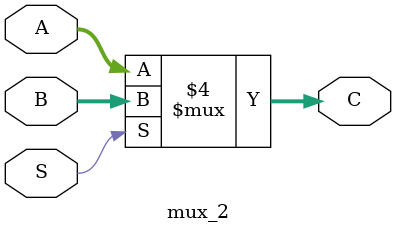
<source format=sv>
`timescale 1ns / 1ps


module mux_2 #(parameter N = 15)( 
    input logic [N - 1 : 0] A,
    input logic [N - 1 : 0] B,
    input logic S,
    output logic [N - 1 : 0] C
    );
    always_comb begin
        if(S == 0)  
            C = A;
        else
            C = B;
    end
endmodule

</source>
